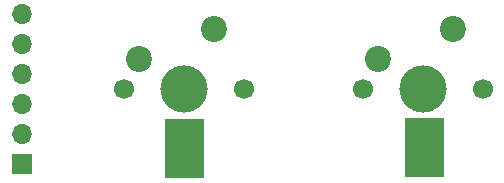
<source format=gts>
%TF.GenerationSoftware,KiCad,Pcbnew,5.1.10*%
%TF.CreationDate,2021-06-22T00:25:09+02:00*%
%TF.ProjectId,Led_poc,4c65645f-706f-4632-9e6b-696361645f70,rev?*%
%TF.SameCoordinates,Original*%
%TF.FileFunction,Soldermask,Top*%
%TF.FilePolarity,Negative*%
%FSLAX46Y46*%
G04 Gerber Fmt 4.6, Leading zero omitted, Abs format (unit mm)*
G04 Created by KiCad (PCBNEW 5.1.10) date 2021-06-22 00:25:09*
%MOMM*%
%LPD*%
G01*
G04 APERTURE LIST*
%ADD10C,1.700000*%
%ADD11C,4.000000*%
%ADD12C,2.200000*%
%ADD13O,1.700000X1.700000*%
%ADD14R,1.700000X1.700000*%
%ADD15C,0.100000*%
G04 APERTURE END LIST*
D10*
%TO.C,SW2*%
X153101000Y-84561500D03*
X142941000Y-84561500D03*
D11*
X148021000Y-84561500D03*
D12*
X144211000Y-82021500D03*
X150561000Y-79481500D03*
%TD*%
D10*
%TO.C,SW1*%
X132901000Y-84561500D03*
X122741000Y-84561500D03*
D11*
X127821000Y-84561500D03*
D12*
X124011000Y-82021500D03*
X130361000Y-79481500D03*
%TD*%
D13*
%TO.C,J1*%
X114109500Y-78232000D03*
X114109500Y-80772000D03*
X114109500Y-83312000D03*
X114109500Y-85852000D03*
X114109500Y-88392000D03*
D14*
X114109500Y-90932000D03*
%TD*%
D15*
%TO.C,D2*%
G36*
X149795500Y-92035000D02*
G01*
X146495500Y-92035000D01*
X146495500Y-87035000D01*
X149795500Y-87035000D01*
X149795500Y-92035000D01*
G37*
%TD*%
%TO.C,D1*%
G36*
X129539000Y-92098500D02*
G01*
X126239000Y-92098500D01*
X126239000Y-87098500D01*
X129539000Y-87098500D01*
X129539000Y-92098500D01*
G37*
%TD*%
M02*

</source>
